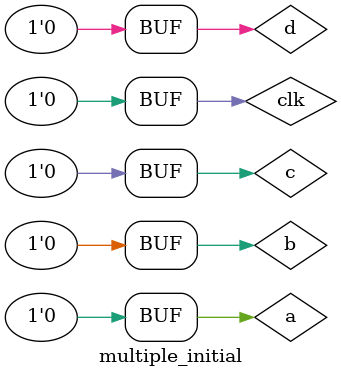
<source format=v>
module multiple_initial;
  reg clk,a,b,c,e,d;
  initial clk=0; 
  initial a=0;
  initial b=0;
  initial c=0;
  initial d=0;
  initial d=0;
endmodule

</source>
